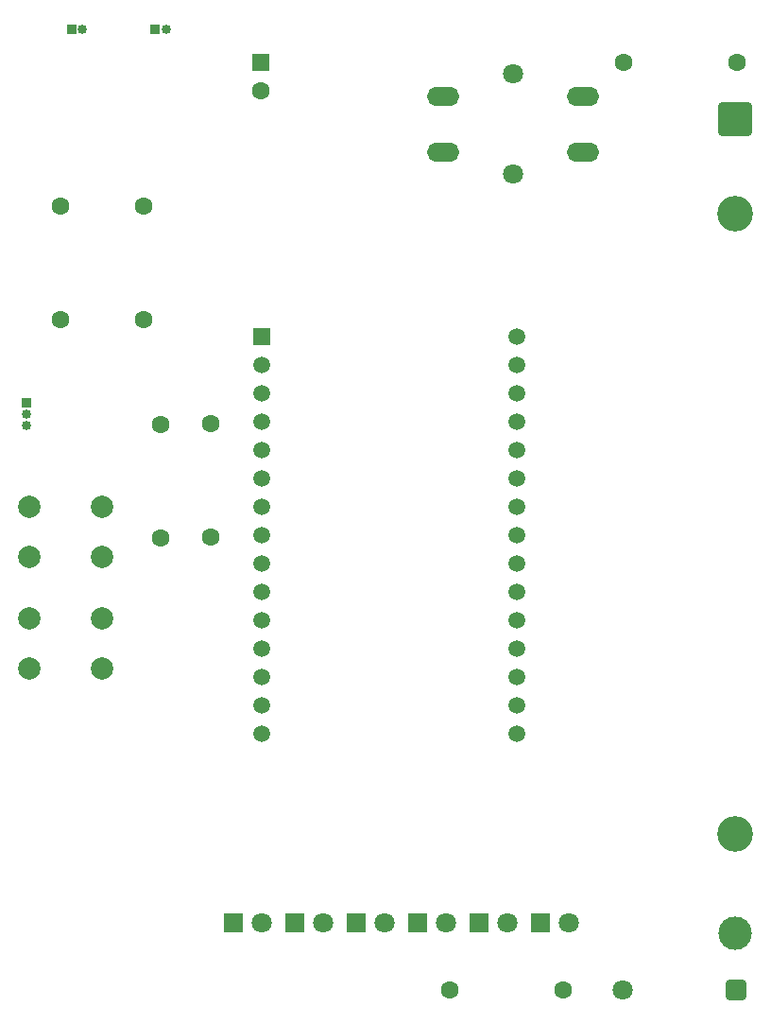
<source format=gbr>
%TF.GenerationSoftware,KiCad,Pcbnew,9.0.6*%
%TF.CreationDate,2025-12-27T01:17:40+02:00*%
%TF.ProjectId,StrikaballMultifunctionalDevice,53747269-6b61-4626-916c-6c4d756c7469,rev?*%
%TF.SameCoordinates,Original*%
%TF.FileFunction,Soldermask,Bot*%
%TF.FilePolarity,Negative*%
%FSLAX46Y46*%
G04 Gerber Fmt 4.6, Leading zero omitted, Abs format (unit mm)*
G04 Created by KiCad (PCBNEW 9.0.6) date 2025-12-27 01:17:40*
%MOMM*%
%LPD*%
G01*
G04 APERTURE LIST*
G04 Aperture macros list*
%AMRoundRect*
0 Rectangle with rounded corners*
0 $1 Rounding radius*
0 $2 $3 $4 $5 $6 $7 $8 $9 X,Y pos of 4 corners*
0 Add a 4 corners polygon primitive as box body*
4,1,4,$2,$3,$4,$5,$6,$7,$8,$9,$2,$3,0*
0 Add four circle primitives for the rounded corners*
1,1,$1+$1,$2,$3*
1,1,$1+$1,$4,$5*
1,1,$1+$1,$6,$7*
1,1,$1+$1,$8,$9*
0 Add four rect primitives between the rounded corners*
20,1,$1+$1,$2,$3,$4,$5,0*
20,1,$1+$1,$4,$5,$6,$7,0*
20,1,$1+$1,$6,$7,$8,$9,0*
20,1,$1+$1,$8,$9,$2,$3,0*%
G04 Aperture macros list end*
%ADD10C,3.200000*%
%ADD11RoundRect,0.249999X-1.250001X1.250001X-1.250001X-1.250001X1.250001X-1.250001X1.250001X1.250001X0*%
%ADD12C,3.000000*%
%ADD13C,1.600000*%
%ADD14C,1.800000*%
%ADD15O,2.900000X1.700000*%
%ADD16R,1.800000X1.800000*%
%ADD17R,0.850000X0.850000*%
%ADD18C,0.850000*%
%ADD19C,2.000000*%
%ADD20RoundRect,0.250000X0.650000X0.650000X-0.650000X0.650000X-0.650000X-0.650000X0.650000X-0.650000X0*%
%ADD21R,1.500000X1.500000*%
%ADD22C,1.500000*%
%ADD23RoundRect,0.250000X-0.550000X0.550000X-0.550000X-0.550000X0.550000X-0.550000X0.550000X0.550000X0*%
G04 APERTURE END LIST*
D10*
%TO.C,BT1*%
X190500000Y-67995000D03*
X190500000Y-123605000D03*
D11*
X190500000Y-59550000D03*
D12*
X190500000Y-132450000D03*
%TD*%
D13*
%TO.C,R5*%
X190660000Y-54500000D03*
X180500000Y-54500000D03*
%TD*%
D14*
%TO.C,SW3*%
X170580000Y-55500000D03*
X170580000Y-64500000D03*
D15*
X164330000Y-57500000D03*
X176830000Y-57500000D03*
X164330000Y-62500000D03*
X176830000Y-62500000D03*
%TD*%
D16*
%TO.C,D4*%
X145500000Y-131500000D03*
D14*
X148040000Y-131500000D03*
%TD*%
D13*
%TO.C,R3*%
X137500000Y-77500000D03*
X137500000Y-67340000D03*
%TD*%
D17*
%TO.C,U1*%
X138500000Y-51500000D03*
D18*
X139500000Y-51500000D03*
%TD*%
D13*
%TO.C,R2*%
X139000000Y-97080000D03*
X139000000Y-86920000D03*
%TD*%
%TO.C,R1*%
X164920000Y-137500000D03*
X175080000Y-137500000D03*
%TD*%
D19*
%TO.C,SW1*%
X127250000Y-94250000D03*
X133750000Y-94250000D03*
X127250000Y-98750000D03*
X133750000Y-98750000D03*
%TD*%
D16*
%TO.C,D1*%
X173000000Y-131500000D03*
D14*
X175540000Y-131500000D03*
%TD*%
D17*
%TO.C,U3*%
X131000000Y-51500000D03*
D18*
X132000000Y-51500000D03*
%TD*%
D13*
%TO.C,R6*%
X143500000Y-97000000D03*
X143500000Y-86840000D03*
%TD*%
D17*
%TO.C,U4*%
X127000000Y-85000000D03*
D18*
X127000000Y-86000000D03*
X127000000Y-87000000D03*
%TD*%
D19*
%TO.C,SW2*%
X133750000Y-108750000D03*
X127250000Y-108750000D03*
X133750000Y-104250000D03*
X127250000Y-104250000D03*
%TD*%
D16*
%TO.C,D6*%
X151000000Y-131500000D03*
D14*
X153540000Y-131500000D03*
%TD*%
D20*
%TO.C,D7*%
X190580000Y-137500000D03*
D14*
X180420000Y-137500000D03*
%TD*%
D16*
%TO.C,D3*%
X162000000Y-131500000D03*
D14*
X164540000Y-131500000D03*
%TD*%
D16*
%TO.C,D2*%
X167500000Y-131500000D03*
D14*
X170040000Y-131500000D03*
%TD*%
D16*
%TO.C,D5*%
X156500000Y-131500000D03*
D14*
X159040000Y-131500000D03*
%TD*%
D21*
%TO.C,U2*%
X148070000Y-79005000D03*
D22*
X148070000Y-81545000D03*
X148070000Y-84085000D03*
X148070000Y-86625000D03*
X148070000Y-89165000D03*
X148070000Y-91705000D03*
X148070000Y-94245000D03*
X148070000Y-96785000D03*
X148070000Y-99325000D03*
X148070000Y-101865000D03*
X148070000Y-104405000D03*
X148070000Y-106945000D03*
X148070000Y-109485000D03*
X148070000Y-112025000D03*
X148070000Y-114565000D03*
X170930000Y-114565000D03*
X170930000Y-112025000D03*
X170930000Y-109485000D03*
X170930000Y-106945000D03*
X170930000Y-104405000D03*
X170930000Y-101865000D03*
X170930000Y-99325000D03*
X170930000Y-96785000D03*
X170930000Y-94245000D03*
X170930000Y-91705000D03*
X170930000Y-89165000D03*
X170930000Y-86625000D03*
X170930000Y-84085000D03*
X170930000Y-81545000D03*
X170930000Y-79005000D03*
%TD*%
D23*
%TO.C,C1*%
X148000000Y-54500000D03*
D13*
X148000000Y-57000000D03*
%TD*%
%TO.C,R4*%
X130000000Y-77500000D03*
X130000000Y-67340000D03*
%TD*%
M02*

</source>
